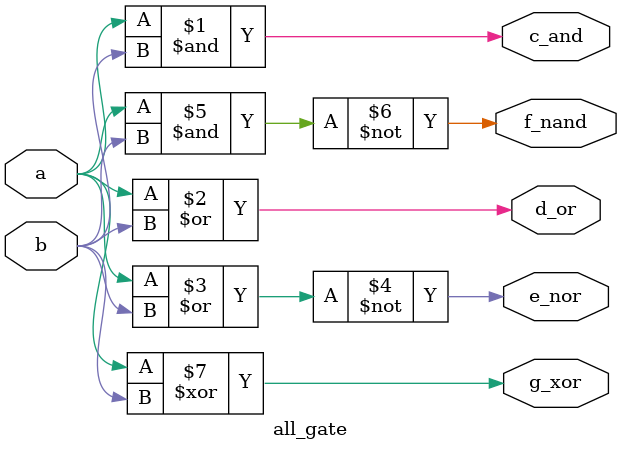
<source format=sv>
module all_gate(a,b,c_and,d_or,e_nor,f_nand,g_xor);
input a,b;
output c_and,d_or,e_nor,f_nand,g_xor;
assign c_and=a&b;
assign d_or=a|b;
assign e_nor=~(a|b);
assign f_nand=~(a&b);
assign g_xor=a^b;
endmodule 


</source>
